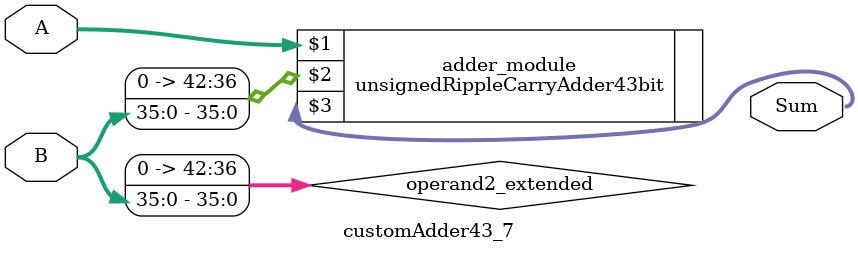
<source format=v>
module customAdder43_7(
                        input [42 : 0] A,
                        input [35 : 0] B,
                        
                        output [43 : 0] Sum
                );

        wire [42 : 0] operand2_extended;
        
        assign operand2_extended =  {7'b0, B};
        
        unsignedRippleCarryAdder43bit adder_module(
            A,
            operand2_extended,
            Sum
        );
        
        endmodule
        
</source>
